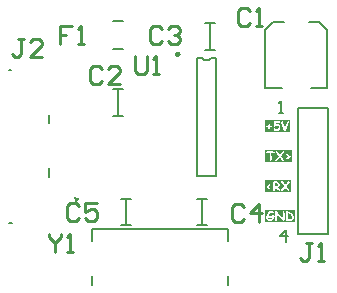
<source format=gbr>
G04*
G04 #@! TF.GenerationSoftware,Altium Limited,Altium Designer,24.2.2 (26)*
G04*
G04 Layer_Color=65535*
%FSLAX44Y44*%
%MOMM*%
G71*
G04*
G04 #@! TF.SameCoordinates,FD859A0A-F5B6-4767-9988-903C0D25BE4A*
G04*
G04*
G04 #@! TF.FilePolarity,Positive*
G04*
G01*
G75*
%ADD10C,0.2500*%
%ADD11C,0.2000*%
%ADD12C,0.1500*%
%ADD13C,0.2540*%
G36*
X240932Y132080D02*
X219710D01*
Y142568D01*
X240932D01*
Y132080D01*
D02*
G37*
G36*
X244981Y55880D02*
X219710D01*
Y66645D01*
X244981D01*
Y55880D01*
D02*
G37*
G36*
X241403Y81280D02*
X219710D01*
Y91781D01*
X241403D01*
Y81280D01*
D02*
G37*
G36*
X242429Y106680D02*
X219710D01*
Y117112D01*
X242429D01*
Y106680D01*
D02*
G37*
%LPC*%
G36*
X231749Y141567D02*
X231597D01*
X231458Y141554D01*
X231402Y141540D01*
X231347D01*
X231306Y141526D01*
X231292D01*
X231181Y141512D01*
X231028D01*
X230973Y141498D01*
X228282D01*
X228185Y141512D01*
X228060D01*
X227922Y141526D01*
X227824Y141540D01*
X227741D01*
X227547Y141526D01*
X227395Y141484D01*
X227339Y141470D01*
X227297Y141443D01*
X227270Y141429D01*
X227256D01*
X227173Y141373D01*
X227103Y141304D01*
X227062Y141235D01*
X227020Y141179D01*
X227006Y141124D01*
X226992Y141068D01*
Y141040D01*
Y141027D01*
X227006Y140916D01*
X227034Y140805D01*
X227062Y140722D01*
X227076Y140694D01*
Y140680D01*
X227131Y140527D01*
X227159Y140430D01*
X227173Y140361D01*
Y140333D01*
Y140222D01*
X227159Y140097D01*
Y139959D01*
X227145Y139792D01*
X227117Y139459D01*
X227090Y139113D01*
X227048Y138794D01*
X227034Y138655D01*
X227020Y138530D01*
X227006Y138433D01*
Y138350D01*
X226992Y138294D01*
Y138281D01*
X226978Y138142D01*
X226965Y138017D01*
X226951Y137906D01*
Y137809D01*
X226923Y137643D01*
Y137532D01*
X226909Y137449D01*
Y137393D01*
Y137379D01*
Y137365D01*
X226923Y137268D01*
X226937Y137171D01*
X227006Y137019D01*
X227048Y136963D01*
X227076Y136922D01*
X227090Y136894D01*
X227103Y136880D01*
X227187Y136811D01*
X227270Y136769D01*
X227436Y136713D01*
X227505Y136700D01*
X227561Y136686D01*
X227617D01*
X227741Y136700D01*
X227852Y136727D01*
X227949Y136769D01*
X228046Y136825D01*
X228116Y136866D01*
X228171Y136908D01*
X228213Y136935D01*
X228227Y136949D01*
X228393Y137130D01*
X228532Y137296D01*
X228587Y137352D01*
X228629Y137407D01*
X228657Y137435D01*
X228671Y137449D01*
X228781Y137559D01*
X228892Y137657D01*
X229128Y137795D01*
X229378Y137906D01*
X229613Y137989D01*
X229821Y138031D01*
X229919Y138045D01*
X229988D01*
X230057Y138059D01*
X230140D01*
X230321Y138045D01*
X230487Y138003D01*
X230626Y137934D01*
X230737Y137865D01*
X230820Y137795D01*
X230875Y137726D01*
X230917Y137684D01*
X230931Y137670D01*
X231014Y137504D01*
X231084Y137324D01*
X231125Y137130D01*
X231167Y136935D01*
X231181Y136769D01*
X231194Y136616D01*
Y136561D01*
Y136533D01*
Y136505D01*
Y136492D01*
X231167Y136200D01*
X231111Y135937D01*
X231028Y135687D01*
X230931Y135493D01*
X230834Y135327D01*
X230751Y135202D01*
X230695Y135133D01*
X230667Y135105D01*
X230459Y134911D01*
X230224Y134772D01*
X230002Y134661D01*
X229794Y134592D01*
X229600Y134550D01*
X229461Y134536D01*
X229405Y134522D01*
X229322D01*
X229128Y134536D01*
X228962Y134550D01*
X228823Y134592D01*
X228698Y134633D01*
X228601Y134661D01*
X228532Y134703D01*
X228490Y134717D01*
X228476Y134730D01*
X228449Y134758D01*
X228393Y134813D01*
X228338Y134869D01*
X228254Y134952D01*
X228185Y135022D01*
X228130Y135091D01*
X228088Y135133D01*
X228074Y135146D01*
X227991Y135216D01*
X227908Y135271D01*
X227824Y135313D01*
X227741Y135340D01*
X227672Y135354D01*
X227630Y135368D01*
X227575D01*
X227464Y135354D01*
X227367Y135340D01*
X227214Y135271D01*
X227145Y135230D01*
X227103Y135188D01*
X227076Y135174D01*
X227062Y135160D01*
X226992Y135091D01*
X226937Y135008D01*
X226895Y134924D01*
X226868Y134841D01*
X226854Y134772D01*
X226840Y134730D01*
Y134675D01*
X226854Y134536D01*
X226909Y134425D01*
X226951Y134328D01*
X226965Y134314D01*
Y134300D01*
X227117Y134106D01*
X227284Y133926D01*
X227464Y133773D01*
X227658Y133649D01*
X227852Y133538D01*
X228046Y133441D01*
X228241Y133371D01*
X228435Y133302D01*
X228615Y133260D01*
X228781Y133219D01*
X228934Y133205D01*
X229059Y133177D01*
X229170D01*
X229253Y133163D01*
X229322D01*
X229600Y133177D01*
X229863Y133205D01*
X230113Y133246D01*
X230335Y133316D01*
X230557Y133385D01*
X230751Y133468D01*
X230931Y133565D01*
X231097Y133649D01*
X231250Y133746D01*
X231375Y133829D01*
X231486Y133912D01*
X231583Y133981D01*
X231652Y134051D01*
X231708Y134092D01*
X231735Y134120D01*
X231749Y134134D01*
X231902Y134314D01*
X232041Y134508D01*
X232165Y134703D01*
X232262Y134897D01*
X232346Y135091D01*
X232415Y135285D01*
X232526Y135660D01*
X232568Y135840D01*
X232595Y135992D01*
X232609Y136131D01*
X232623Y136256D01*
X232637Y136353D01*
Y136492D01*
X232609Y136922D01*
X232554Y137310D01*
X232456Y137643D01*
X232415Y137795D01*
X232360Y137920D01*
X232304Y138045D01*
X232262Y138156D01*
X232207Y138239D01*
X232165Y138322D01*
X232138Y138378D01*
X232110Y138419D01*
X232082Y138447D01*
Y138461D01*
X231957Y138627D01*
X231805Y138780D01*
X231652Y138905D01*
X231500Y139016D01*
X231347Y139113D01*
X231181Y139182D01*
X231028Y139251D01*
X230875Y139293D01*
X230584Y139362D01*
X230473Y139390D01*
X230362Y139404D01*
X230279Y139418D01*
X230154D01*
X229808Y139404D01*
X229489Y139362D01*
X229211Y139307D01*
X228976Y139251D01*
X228781Y139182D01*
X228643Y139127D01*
X228587Y139099D01*
X228546Y139085D01*
X228532Y139071D01*
X228518D01*
X228546Y139335D01*
X228573Y139557D01*
X228601Y139737D01*
X228615Y139889D01*
X228629Y140000D01*
X228643Y140084D01*
Y140125D01*
Y140139D01*
X230348D01*
X230418Y140125D01*
X230765D01*
X231042Y140139D01*
X231292Y140153D01*
X231500Y140195D01*
X231694Y140250D01*
X231846Y140305D01*
X231971Y140375D01*
X232082Y140444D01*
X232165Y140527D01*
X232221Y140597D01*
X232276Y140666D01*
X232318Y140735D01*
X232332Y140791D01*
X232346Y140846D01*
X232360Y140888D01*
Y140902D01*
Y140916D01*
X232346Y141013D01*
X232332Y141110D01*
X232262Y141249D01*
X232221Y141304D01*
X232193Y141346D01*
X232179Y141359D01*
X232165Y141373D01*
X232096Y141443D01*
X232013Y141484D01*
X231874Y141540D01*
X231805Y141554D01*
X231749Y141567D01*
D02*
G37*
G36*
X223151Y138988D02*
X223109D01*
X222984Y138974D01*
X222873Y138946D01*
X222776Y138891D01*
X222707Y138821D01*
X222568Y138655D01*
X222485Y138461D01*
X222444Y138267D01*
X222416Y138100D01*
X222402Y138031D01*
Y137976D01*
Y137948D01*
Y137934D01*
Y137851D01*
Y137767D01*
Y137698D01*
Y137684D01*
Y137670D01*
X222416Y137573D01*
Y137518D01*
Y137490D01*
Y137476D01*
X222138Y137462D01*
X222027D01*
X221930Y137449D01*
X221556D01*
X221403Y137435D01*
X221292Y137421D01*
X221195D01*
X221126Y137407D01*
X221084Y137393D01*
X221057Y137379D01*
X221043D01*
X220932Y137324D01*
X220849Y137240D01*
X220793Y137157D01*
X220752Y137060D01*
X220724Y136977D01*
X220710Y136908D01*
Y136838D01*
X220724Y136727D01*
X220765Y136630D01*
X220821Y136547D01*
X220890Y136478D01*
X220960Y136422D01*
X221015Y136381D01*
X221057Y136367D01*
X221071Y136353D01*
X221292Y136270D01*
X221500Y136228D01*
X221584D01*
X221667Y136214D01*
X221958D01*
X222180Y136228D01*
X222277D01*
X222346Y136242D01*
X222416D01*
Y136076D01*
Y135923D01*
Y135798D01*
Y135687D01*
Y135590D01*
Y135521D01*
Y135465D01*
Y135410D01*
Y135354D01*
Y135327D01*
X222430Y135230D01*
X222444Y135146D01*
X222513Y135008D01*
X222554Y134952D01*
X222582Y134911D01*
X222596Y134897D01*
X222610Y134883D01*
X222693Y134827D01*
X222763Y134786D01*
X222929Y134744D01*
X222998Y134730D01*
X223054Y134717D01*
X223095D01*
X223192Y134730D01*
X223290Y134744D01*
X223442Y134800D01*
X223498Y134827D01*
X223539Y134855D01*
X223553Y134883D01*
X223567D01*
X223636Y134952D01*
X223678Y135022D01*
X223733Y135174D01*
X223747Y135230D01*
X223761Y135285D01*
Y135313D01*
Y135327D01*
Y135368D01*
Y135438D01*
X223775Y135576D01*
Y135646D01*
Y135715D01*
Y135757D01*
Y135771D01*
Y135965D01*
Y136117D01*
Y136173D01*
Y136214D01*
Y136228D01*
Y136242D01*
X224191D01*
X224371Y136256D01*
X224676D01*
X224746Y136242D01*
X224801Y136228D01*
X224815D01*
X224898Y136214D01*
X224995D01*
X225106Y136228D01*
X225189Y136242D01*
X225342Y136311D01*
X225397Y136353D01*
X225453Y136381D01*
X225467Y136395D01*
X225481Y136408D01*
X225550Y136478D01*
X225592Y136561D01*
X225647Y136700D01*
X225661Y136769D01*
X225675Y136811D01*
Y136852D01*
X225661Y136963D01*
X225633Y137074D01*
X225578Y137157D01*
X225508Y137227D01*
X225328Y137352D01*
X225134Y137421D01*
X224940Y137476D01*
X224760Y137490D01*
X224690Y137504D01*
X224385D01*
X224302Y137490D01*
X224260D01*
X224122Y137476D01*
X223900D01*
X223844Y137490D01*
X223775D01*
X223761Y137851D01*
Y137934D01*
X223775Y138017D01*
Y138087D01*
Y138100D01*
Y138114D01*
X223789Y138225D01*
X223803Y138308D01*
Y138364D01*
Y138378D01*
X223789Y138475D01*
X223775Y138558D01*
X223706Y138697D01*
X223664Y138738D01*
X223622Y138780D01*
X223608Y138794D01*
X223595Y138808D01*
X223511Y138863D01*
X223428Y138919D01*
X223276Y138960D01*
X223206Y138974D01*
X223151Y138988D01*
D02*
G37*
G36*
X239224Y141554D02*
X239169D01*
X239058Y141540D01*
X238947Y141512D01*
X238850Y141470D01*
X238767Y141415D01*
X238711Y141359D01*
X238656Y141318D01*
X238628Y141290D01*
X238614Y141276D01*
X238475Y141110D01*
X238351Y140929D01*
X238240Y140735D01*
X238143Y140555D01*
X238059Y140389D01*
X237990Y140250D01*
X237962Y140195D01*
X237948Y140153D01*
X237935Y140139D01*
Y140125D01*
X237851Y139889D01*
X237768Y139668D01*
X237699Y139459D01*
X237629Y139265D01*
X237574Y139113D01*
X237532Y138988D01*
X237505Y138905D01*
X237491Y138891D01*
Y138877D01*
X237408Y138641D01*
X237311Y138392D01*
X237116Y137879D01*
X236908Y137338D01*
X236811Y137088D01*
X236714Y136838D01*
X236617Y136603D01*
X236534Y136381D01*
X236451Y136187D01*
X236381Y136020D01*
X236340Y135881D01*
X236298Y135771D01*
X236270Y135715D01*
X236257Y135687D01*
X236118Y136131D01*
X235965Y136589D01*
X235840Y137032D01*
X235716Y137449D01*
X235660Y137643D01*
X235618Y137809D01*
X235577Y137962D01*
X235535Y138100D01*
X235508Y138197D01*
X235480Y138281D01*
X235466Y138336D01*
Y138350D01*
X235355Y138752D01*
X235244Y139085D01*
X235161Y139376D01*
X235091Y139612D01*
X235036Y139806D01*
X234994Y139931D01*
X234981Y140014D01*
X234967Y140042D01*
X234883Y140375D01*
X234856Y140527D01*
X234828Y140666D01*
X234800Y140791D01*
X234773Y140874D01*
X234759Y140943D01*
Y140957D01*
X234676Y141138D01*
X234564Y141262D01*
X234440Y141359D01*
X234329Y141415D01*
X234218Y141456D01*
X234135Y141470D01*
X234079Y141484D01*
X234051D01*
X233941Y141470D01*
X233843Y141456D01*
X233691Y141387D01*
X233622Y141346D01*
X233580Y141318D01*
X233552Y141304D01*
X233538Y141290D01*
X233469Y141207D01*
X233414Y141124D01*
X233372Y141040D01*
X233344Y140957D01*
X233330Y140888D01*
X233316Y140832D01*
Y140694D01*
X233330Y140611D01*
X233358Y140402D01*
X233414Y140167D01*
X233469Y139945D01*
X233510Y139737D01*
X233566Y139570D01*
X233580Y139501D01*
X233594Y139446D01*
X233608Y139418D01*
Y139404D01*
X233691Y139141D01*
X233774Y138891D01*
X233843Y138641D01*
X233913Y138433D01*
X233954Y138253D01*
X233996Y138114D01*
X234024Y138059D01*
Y138017D01*
X234037Y138003D01*
Y137989D01*
X234176Y137462D01*
X234329Y136977D01*
X234454Y136519D01*
X234592Y136089D01*
X234717Y135701D01*
X234828Y135340D01*
X234939Y135008D01*
X235050Y134717D01*
X235133Y134453D01*
X235216Y134231D01*
X235286Y134037D01*
X235355Y133870D01*
X235397Y133759D01*
X235438Y133663D01*
X235452Y133607D01*
X235466Y133593D01*
X235563Y133427D01*
X235674Y133302D01*
X235799Y133205D01*
X235924Y133149D01*
X236035Y133108D01*
X236132Y133094D01*
X236187Y133080D01*
X236215D01*
X236367Y133094D01*
X236506Y133149D01*
X236617Y133219D01*
X236714Y133288D01*
X236784Y133371D01*
X236839Y133427D01*
X236867Y133482D01*
X236881Y133496D01*
X237005Y133732D01*
X237116Y133954D01*
X237213Y134176D01*
X237297Y134356D01*
X237366Y134522D01*
X237421Y134647D01*
X237449Y134730D01*
X237463Y134758D01*
X237629Y135202D01*
X237796Y135618D01*
X237948Y135992D01*
X238087Y136353D01*
X238212Y136672D01*
X238323Y136977D01*
X238434Y137240D01*
X238531Y137490D01*
X238614Y137698D01*
X238683Y137879D01*
X238739Y138045D01*
X238794Y138170D01*
X238822Y138267D01*
X238850Y138336D01*
X238878Y138378D01*
Y138392D01*
X238947Y138572D01*
X239002Y138724D01*
X239058Y138863D01*
X239100Y138988D01*
X239127Y139085D01*
X239169Y139168D01*
X239197Y139238D01*
X239210Y139293D01*
X239238Y139376D01*
X239252Y139418D01*
X239266Y139432D01*
X239363Y139640D01*
X239446Y139834D01*
X239529Y140000D01*
X239613Y140139D01*
X239682Y140264D01*
X239737Y140347D01*
X239765Y140402D01*
X239779Y140416D01*
X239834Y140500D01*
X239862Y140569D01*
X239918Y140708D01*
Y140749D01*
X239932Y140791D01*
Y140832D01*
X239918Y140943D01*
X239890Y141040D01*
X239862Y141124D01*
X239821Y141207D01*
X239765Y141262D01*
X239737Y141304D01*
X239710Y141332D01*
X239696Y141346D01*
X239613Y141415D01*
X239515Y141470D01*
X239432Y141498D01*
X239349Y141526D01*
X239280Y141540D01*
X239224Y141554D01*
D02*
G37*
G36*
X224732Y65645D02*
X224482D01*
X224330Y65617D01*
X224038Y65548D01*
X223761Y65451D01*
X223539Y65340D01*
X223345Y65215D01*
X223192Y65118D01*
X223137Y65076D01*
X223095Y65048D01*
X223081Y65035D01*
X223068Y65021D01*
X222693Y64674D01*
X222360Y64300D01*
X222069Y63911D01*
X221819Y63551D01*
X221722Y63384D01*
X221625Y63232D01*
X221542Y63093D01*
X221487Y62968D01*
X221431Y62871D01*
X221390Y62802D01*
X221376Y62746D01*
X221362Y62733D01*
X221251Y62469D01*
X221154Y62206D01*
X220987Y61706D01*
X220876Y61235D01*
X220821Y61027D01*
X220793Y60819D01*
X220765Y60638D01*
X220752Y60472D01*
X220724Y60333D01*
Y60208D01*
X220710Y60111D01*
Y59973D01*
X220724Y59709D01*
X220738Y59460D01*
X220779Y59224D01*
X220821Y59002D01*
X220876Y58808D01*
X220932Y58627D01*
X220987Y58461D01*
X221057Y58322D01*
X221126Y58184D01*
X221182Y58073D01*
X221237Y57990D01*
X221292Y57906D01*
X221334Y57851D01*
X221376Y57809D01*
X221390Y57781D01*
X221403Y57768D01*
X221542Y57643D01*
X221695Y57532D01*
X221861Y57421D01*
X222027Y57338D01*
X222374Y57213D01*
X222707Y57130D01*
X222873Y57088D01*
X223012Y57074D01*
X223151Y57060D01*
X223262Y57046D01*
X223359Y57033D01*
X223498D01*
X223775Y57046D01*
X224025Y57074D01*
X224274Y57116D01*
X224524Y57185D01*
X224746Y57254D01*
X224954Y57338D01*
X225148Y57421D01*
X225328Y57504D01*
X225495Y57587D01*
X225633Y57684D01*
X225758Y57754D01*
X225869Y57823D01*
X225952Y57892D01*
X226008Y57934D01*
X226049Y57962D01*
X226063Y57976D01*
X226257Y58156D01*
X226438Y58350D01*
X226604Y58558D01*
X226743Y58752D01*
X226881Y58960D01*
X226992Y59168D01*
X227187Y59570D01*
X227270Y59751D01*
X227339Y59931D01*
X227395Y60084D01*
X227436Y60208D01*
X227464Y60319D01*
X227492Y60403D01*
X227505Y60458D01*
Y60472D01*
X227617Y60555D01*
X227686Y60652D01*
X227741Y60749D01*
X227783Y60846D01*
X227811Y60930D01*
X227824Y60999D01*
Y61054D01*
X227811Y61165D01*
X227797Y61262D01*
X227755Y61346D01*
X227714Y61429D01*
X227672Y61484D01*
X227644Y61526D01*
X227617Y61554D01*
X227603Y61568D01*
X227519Y61637D01*
X227436Y61692D01*
X227339Y61720D01*
X227256Y61748D01*
X227187Y61762D01*
X227131Y61775D01*
X227076D01*
X226562Y61762D01*
X226077Y61748D01*
X225869Y61734D01*
X225661Y61720D01*
X225467Y61706D01*
X225287Y61692D01*
X225134Y61665D01*
X224995Y61651D01*
X224870Y61637D01*
X224773Y61623D01*
X224690Y61609D01*
X224635D01*
X224593Y61595D01*
X224579D01*
X224246Y61526D01*
X223955Y61457D01*
X223706Y61373D01*
X223484Y61290D01*
X223303Y61193D01*
X223151Y61096D01*
X223026Y61013D01*
X222929Y60916D01*
X222846Y60833D01*
X222790Y60749D01*
X222749Y60666D01*
X222721Y60597D01*
X222707Y60555D01*
X222693Y60514D01*
Y60486D01*
Y60472D01*
X222707Y60375D01*
X222721Y60292D01*
X222790Y60139D01*
X222818Y60084D01*
X222846Y60042D01*
X222860Y60014D01*
X222873Y60000D01*
X222957Y59917D01*
X223054Y59862D01*
X223137Y59806D01*
X223234Y59778D01*
X223303Y59765D01*
X223359Y59751D01*
X223414D01*
X223539Y59765D01*
X223650Y59792D01*
X223719Y59820D01*
X223733Y59834D01*
X223747D01*
X224094Y59973D01*
X224454Y60070D01*
X224815Y60153D01*
X225148Y60222D01*
X225300Y60250D01*
X225439Y60264D01*
X225564Y60292D01*
X225661Y60306D01*
X225744D01*
X225814Y60319D01*
X225869D01*
X225730Y59987D01*
X225592Y59709D01*
X225425Y59460D01*
X225273Y59265D01*
X225134Y59113D01*
X225023Y59002D01*
X224940Y58932D01*
X224926Y58905D01*
X224912D01*
X224676Y58752D01*
X224441Y58655D01*
X224191Y58572D01*
X223983Y58517D01*
X223789Y58489D01*
X223636Y58475D01*
X223581Y58461D01*
X223498D01*
X223234Y58475D01*
X223012Y58517D01*
X222818Y58558D01*
X222679Y58627D01*
X222568Y58683D01*
X222499Y58724D01*
X222457Y58766D01*
X222444Y58780D01*
X222360Y58919D01*
X222305Y59099D01*
X222249Y59293D01*
X222222Y59501D01*
X222208Y59681D01*
X222194Y59834D01*
Y59889D01*
Y59931D01*
Y59959D01*
Y59973D01*
X222208Y60292D01*
X222249Y60611D01*
X222305Y60916D01*
X222374Y61207D01*
X222471Y61484D01*
X222568Y61748D01*
X222665Y61997D01*
X222776Y62233D01*
X222887Y62441D01*
X222984Y62635D01*
X223095Y62788D01*
X223179Y62927D01*
X223248Y63038D01*
X223303Y63121D01*
X223345Y63176D01*
X223359Y63190D01*
X223511Y63370D01*
X223650Y63523D01*
X223775Y63662D01*
X223900Y63787D01*
X224011Y63884D01*
X224122Y63967D01*
X224219Y64036D01*
X224302Y64092D01*
X224441Y64161D01*
X224552Y64202D01*
X224607Y64216D01*
X224635D01*
X224801Y64202D01*
X224968Y64175D01*
X225134Y64119D01*
X225287Y64064D01*
X225411Y64008D01*
X225522Y63953D01*
X225578Y63925D01*
X225606Y63911D01*
X225786Y63814D01*
X225938Y63745D01*
X226063Y63689D01*
X226160Y63662D01*
X226230Y63634D01*
X226285Y63620D01*
X226313D01*
X226424Y63634D01*
X226521Y63662D01*
X226618Y63689D01*
X226687Y63731D01*
X226757Y63773D01*
X226798Y63814D01*
X226826Y63828D01*
X226840Y63842D01*
X226909Y63925D01*
X226965Y64008D01*
X227006Y64092D01*
X227034Y64175D01*
X227048Y64244D01*
X227062Y64300D01*
Y64327D01*
Y64341D01*
X227048Y64438D01*
X227020Y64521D01*
X226965Y64619D01*
X226895Y64702D01*
X226729Y64854D01*
X226549Y64993D01*
X226354Y65104D01*
X226188Y65201D01*
X226119Y65229D01*
X226063Y65257D01*
X226035Y65270D01*
X226022D01*
X225703Y65395D01*
X225425Y65492D01*
X225189Y65548D01*
X224995Y65603D01*
X224843Y65631D01*
X224732Y65645D01*
D02*
G37*
G36*
X229142Y65534D02*
X229128D01*
X229003Y65520D01*
X228892Y65492D01*
X228781Y65451D01*
X228698Y65409D01*
X228615Y65367D01*
X228559Y65326D01*
X228532Y65298D01*
X228518Y65284D01*
X228435Y65187D01*
X228365Y65090D01*
X228324Y64993D01*
X228282Y64910D01*
X228268Y64827D01*
X228254Y64771D01*
Y64591D01*
X228268Y64438D01*
Y64286D01*
X228282Y64133D01*
X228296Y63994D01*
Y63884D01*
X228310Y63800D01*
Y63787D01*
Y63773D01*
X228324Y63551D01*
X228338Y63370D01*
X228351Y63204D01*
X228365Y63079D01*
Y62968D01*
Y62899D01*
Y62857D01*
Y62843D01*
Y62705D01*
Y62552D01*
Y62386D01*
X228379Y62219D01*
Y62067D01*
Y61956D01*
Y61873D01*
Y61859D01*
Y61845D01*
X228393Y61609D01*
Y61415D01*
X228407Y61235D01*
Y61096D01*
Y60985D01*
Y60916D01*
Y60860D01*
Y60846D01*
Y60722D01*
Y60569D01*
X228393Y60416D01*
Y60264D01*
Y60125D01*
X228379Y60014D01*
Y59945D01*
Y59931D01*
Y59917D01*
Y59695D01*
X228365Y59515D01*
Y59349D01*
Y59224D01*
Y59113D01*
Y59043D01*
Y59002D01*
Y58988D01*
Y58905D01*
Y58808D01*
X228351Y58586D01*
Y58503D01*
X228338Y58419D01*
Y58364D01*
Y58350D01*
X228324Y58197D01*
Y58073D01*
Y57962D01*
X228310Y57865D01*
Y57795D01*
Y57754D01*
Y57726D01*
Y57712D01*
X228324Y57601D01*
X228338Y57518D01*
X228407Y57365D01*
X228449Y57310D01*
X228476Y57268D01*
X228490Y57241D01*
X228504Y57227D01*
X228601Y57144D01*
X228698Y57088D01*
X228795Y57033D01*
X228892Y57005D01*
X228976Y56991D01*
X229045Y56977D01*
X229114D01*
X229253Y56991D01*
X229364Y57046D01*
X229461Y57116D01*
X229544Y57213D01*
X229613Y57338D01*
X229683Y57463D01*
X229766Y57754D01*
X229821Y58031D01*
X229835Y58156D01*
X229849Y58281D01*
X229863Y58378D01*
Y58447D01*
Y58503D01*
Y58517D01*
Y58697D01*
Y58891D01*
X229849Y59099D01*
Y59293D01*
Y59473D01*
X229835Y59626D01*
Y59681D01*
Y59723D01*
Y59751D01*
Y59765D01*
Y60056D01*
X229821Y60306D01*
Y60527D01*
Y60708D01*
Y60833D01*
Y60930D01*
Y60999D01*
Y61013D01*
Y61082D01*
Y61179D01*
Y61290D01*
X229835Y61415D01*
Y61679D01*
X229849Y61970D01*
Y62247D01*
Y62372D01*
X229863Y62469D01*
Y62566D01*
Y62635D01*
Y62677D01*
Y62691D01*
X230335Y62094D01*
X230779Y61526D01*
X231222Y60999D01*
X231638Y60500D01*
X232041Y60042D01*
X232415Y59626D01*
X232762Y59251D01*
X233081Y58905D01*
X233372Y58600D01*
X233635Y58322D01*
X233871Y58100D01*
X234051Y57906D01*
X234204Y57768D01*
X234315Y57657D01*
X234384Y57601D01*
X234412Y57573D01*
X234578Y57435D01*
X234731Y57338D01*
X234883Y57268D01*
X234994Y57227D01*
X235105Y57199D01*
X235175Y57171D01*
X235244D01*
X235355Y57185D01*
X235466Y57199D01*
X235632Y57282D01*
X235771Y57379D01*
X235868Y57504D01*
X235938Y57629D01*
X235979Y57740D01*
X236007Y57809D01*
Y57823D01*
Y57837D01*
X236035Y58031D01*
X236062Y58211D01*
X236076Y58350D01*
Y58461D01*
X236090Y58558D01*
Y58614D01*
Y58655D01*
Y58669D01*
Y58808D01*
Y59002D01*
Y59224D01*
X236104Y59460D01*
Y59723D01*
Y60000D01*
X236118Y60569D01*
Y60846D01*
Y61110D01*
Y61346D01*
X236132Y61554D01*
Y63051D01*
X236118Y63287D01*
Y63495D01*
X236090Y63689D01*
X236048Y64050D01*
X236007Y64341D01*
X235938Y64605D01*
X235868Y64813D01*
X235785Y64993D01*
X235716Y65132D01*
X235632Y65243D01*
X235549Y65326D01*
X235480Y65381D01*
X235424Y65423D01*
X235369Y65451D01*
X235327Y65465D01*
X235286D01*
X235147Y65451D01*
X235036Y65437D01*
X234939Y65395D01*
X234842Y65354D01*
X234703Y65229D01*
X234620Y65104D01*
X234564Y64965D01*
X234537Y64840D01*
X234523Y64757D01*
Y64743D01*
Y64729D01*
Y64646D01*
X234537Y64549D01*
X234551Y64369D01*
Y64286D01*
X234564Y64216D01*
Y64175D01*
Y64161D01*
X234578Y64022D01*
X234606Y63897D01*
Y63800D01*
X234620Y63717D01*
X234634Y63662D01*
Y63620D01*
Y63606D01*
Y63592D01*
X234648Y63398D01*
Y63190D01*
X234662Y62941D01*
Y62663D01*
X234676Y62386D01*
Y62094D01*
X234689Y61512D01*
Y61235D01*
Y60971D01*
Y60722D01*
Y60514D01*
Y60347D01*
Y60208D01*
Y60125D01*
Y60111D01*
Y60097D01*
Y59889D01*
Y59709D01*
Y59570D01*
Y59473D01*
Y59390D01*
Y59349D01*
Y59321D01*
Y59307D01*
X234259Y59723D01*
X233829Y60167D01*
X233400Y60624D01*
X232983Y61082D01*
X232568Y61540D01*
X232179Y62011D01*
X231819Y62455D01*
X231472Y62885D01*
X231153Y63287D01*
X230862Y63662D01*
X230612Y63994D01*
X230404Y64286D01*
X230307Y64411D01*
X230224Y64521D01*
X230154Y64619D01*
X230099Y64702D01*
X230043Y64771D01*
X230016Y64813D01*
X230002Y64840D01*
X229988Y64854D01*
X229905Y64979D01*
X229821Y65076D01*
X229738Y65173D01*
X229655Y65243D01*
X229503Y65367D01*
X229378Y65451D01*
X229281Y65492D01*
X229198Y65520D01*
X229142Y65534D01*
D02*
G37*
G36*
X238253Y65562D02*
X238212D01*
X238101Y65548D01*
X237990Y65520D01*
X237893Y65465D01*
X237810Y65423D01*
X237740Y65367D01*
X237685Y65312D01*
X237643Y65284D01*
X237629Y65270D01*
X237532Y65159D01*
X237463Y65062D01*
X237421Y64965D01*
X237394Y64868D01*
X237366Y64799D01*
X237352Y64743D01*
Y64702D01*
Y64688D01*
Y64452D01*
Y64175D01*
Y63884D01*
X237366Y63592D01*
Y63343D01*
Y63232D01*
Y63135D01*
Y63051D01*
Y62996D01*
Y62954D01*
Y62941D01*
X237380Y62538D01*
Y62178D01*
X237394Y61887D01*
Y61637D01*
Y61457D01*
Y61318D01*
Y61235D01*
Y61207D01*
Y60985D01*
X237380Y60735D01*
Y60472D01*
X237366Y60222D01*
X237352Y59987D01*
Y59889D01*
Y59806D01*
X237338Y59723D01*
Y59668D01*
Y59640D01*
Y59626D01*
X237324Y59251D01*
X237311Y58932D01*
Y58669D01*
X237297Y58447D01*
Y58059D01*
X237311Y57948D01*
X237324Y57851D01*
X237366Y57768D01*
X237408Y57698D01*
X237435Y57643D01*
X237477Y57601D01*
X237491Y57573D01*
X237505Y57559D01*
X237588Y57490D01*
X237671Y57449D01*
X237838Y57379D01*
X237907Y57365D01*
X237962Y57351D01*
X238018D01*
X238156Y57268D01*
X238309Y57199D01*
X238475Y57144D01*
X238628Y57088D01*
X238767Y57046D01*
X238878Y57019D01*
X238947Y56991D01*
X238975D01*
X239155Y56949D01*
X239321Y56922D01*
X239474Y56908D01*
X239599Y56894D01*
X239710Y56880D01*
X240140D01*
X240403Y56908D01*
X240667Y56936D01*
X240902Y56963D01*
X241124Y57005D01*
X241318Y57060D01*
X241499Y57102D01*
X241665Y57157D01*
X241818Y57213D01*
X241943Y57254D01*
X242054Y57310D01*
X242137Y57351D01*
X242206Y57379D01*
X242262Y57407D01*
X242289Y57435D01*
X242303D01*
X242581Y57643D01*
X242816Y57865D01*
X243024Y58087D01*
X243204Y58295D01*
X243343Y58489D01*
X243440Y58641D01*
X243482Y58697D01*
X243510Y58738D01*
X243524Y58766D01*
Y58780D01*
X243676Y59085D01*
X243787Y59390D01*
X243870Y59681D01*
X243926Y59945D01*
X243953Y60167D01*
X243967Y60264D01*
X243981Y60347D01*
Y60500D01*
X243967Y60777D01*
X243926Y61054D01*
X243856Y61318D01*
X243773Y61568D01*
X243676Y61803D01*
X243565Y62039D01*
X243454Y62247D01*
X243329Y62441D01*
X243204Y62621D01*
X243094Y62774D01*
X242983Y62913D01*
X242886Y63024D01*
X242802Y63121D01*
X242733Y63190D01*
X242691Y63232D01*
X242677Y63246D01*
X242262Y63620D01*
X241818Y63939D01*
X241374Y64202D01*
X240958Y64424D01*
X240778Y64508D01*
X240597Y64591D01*
X240445Y64646D01*
X240320Y64702D01*
X240209Y64743D01*
X240126Y64771D01*
X240070Y64799D01*
X240056D01*
X240015Y64813D01*
X239973Y64827D01*
X239834Y64882D01*
X239682Y64951D01*
X239515Y65035D01*
X239349Y65104D01*
X239210Y65173D01*
X239169Y65187D01*
X239127Y65215D01*
X239100Y65229D01*
X239086D01*
X238850Y65340D01*
X238656Y65423D01*
X238503Y65478D01*
X238392Y65520D01*
X238309Y65548D01*
X238253Y65562D01*
D02*
G37*
%LPD*%
G36*
X239100Y63620D02*
X239363Y63509D01*
X239613Y63398D01*
X239834Y63301D01*
X240042Y63204D01*
X240209Y63121D01*
X240375Y63051D01*
X240514Y62982D01*
X240625Y62927D01*
X240722Y62871D01*
X240805Y62829D01*
X240861Y62788D01*
X240916Y62760D01*
X240944Y62746D01*
X240972Y62733D01*
X241235Y62552D01*
X241471Y62372D01*
X241679Y62178D01*
X241859Y61984D01*
X241998Y61789D01*
X242123Y61609D01*
X242220Y61429D01*
X242303Y61262D01*
X242372Y61096D01*
X242414Y60943D01*
X242456Y60819D01*
X242470Y60708D01*
X242483Y60611D01*
X242497Y60541D01*
Y60500D01*
Y60486D01*
X242483Y60278D01*
X242456Y60084D01*
X242414Y59903D01*
X242359Y59751D01*
X242303Y59612D01*
X242262Y59501D01*
X242234Y59446D01*
X242220Y59418D01*
X242109Y59238D01*
X241984Y59071D01*
X241859Y58932D01*
X241748Y58822D01*
X241637Y58724D01*
X241554Y58655D01*
X241499Y58614D01*
X241471Y58600D01*
X241374Y58544D01*
X241263Y58503D01*
X241013Y58419D01*
X240750Y58364D01*
X240473Y58336D01*
X240237Y58308D01*
X240126D01*
X240029Y58295D01*
X239848D01*
X239613Y58308D01*
X239515D01*
X239432Y58322D01*
X239349Y58336D01*
X239294D01*
X239266Y58350D01*
X239252D01*
X239072Y58405D01*
X238919Y58475D01*
X238864Y58503D01*
X238836Y58530D01*
X238808Y58544D01*
X238794D01*
Y63745D01*
X239100Y63620D01*
D02*
G37*
%LPC*%
G36*
X239696Y90712D02*
X239640D01*
X239571Y90698D01*
X239474Y90656D01*
X239377Y90601D01*
X239266Y90518D01*
X239155Y90421D01*
X239044Y90310D01*
X238808Y90088D01*
X238600Y89852D01*
X238503Y89741D01*
X238420Y89644D01*
X238351Y89561D01*
X238295Y89505D01*
X238267Y89464D01*
X238253Y89450D01*
X238004Y89131D01*
X237768Y88812D01*
X237546Y88507D01*
X237338Y88243D01*
X237172Y88021D01*
X237102Y87938D01*
X237033Y87855D01*
X236992Y87786D01*
X236950Y87744D01*
X236936Y87716D01*
X236922Y87703D01*
X236575Y88132D01*
X236409Y88327D01*
X236257Y88507D01*
X236132Y88659D01*
X236035Y88770D01*
X235979Y88840D01*
X235951Y88868D01*
X235799Y89062D01*
X235660Y89228D01*
X235549Y89381D01*
X235452Y89505D01*
X235383Y89589D01*
X235327Y89658D01*
X235300Y89700D01*
X235286Y89713D01*
X235105Y89935D01*
X235008Y90032D01*
X234925Y90129D01*
X234842Y90199D01*
X234786Y90254D01*
X234745Y90296D01*
X234731Y90310D01*
X234564Y90449D01*
X234412Y90546D01*
X234287Y90615D01*
X234176Y90656D01*
X234093Y90698D01*
X234037Y90712D01*
X233982D01*
X233871Y90698D01*
X233760Y90670D01*
X233677Y90643D01*
X233594Y90601D01*
X233538Y90546D01*
X233497Y90518D01*
X233469Y90490D01*
X233455Y90476D01*
X233386Y90393D01*
X233330Y90310D01*
X233302Y90227D01*
X233275Y90143D01*
X233261Y90074D01*
X233247Y90019D01*
Y89991D01*
Y89977D01*
X233261Y89866D01*
X233289Y89755D01*
X233344Y89658D01*
X233400Y89575D01*
X233441Y89505D01*
X233497Y89450D01*
X233524Y89422D01*
X233538Y89408D01*
X233649Y89311D01*
X233774Y89200D01*
X233885Y89089D01*
X233982Y88978D01*
X234079Y88868D01*
X234149Y88784D01*
X234190Y88729D01*
X234204Y88715D01*
X234301Y88590D01*
X234384Y88479D01*
X234537Y88285D01*
X234648Y88146D01*
X234717Y88063D01*
X234773Y87994D01*
X234800Y87952D01*
X234814Y87938D01*
X235036Y87689D01*
X235230Y87453D01*
X235424Y87217D01*
X235591Y87023D01*
X235730Y86843D01*
X235827Y86704D01*
X235868Y86662D01*
X235896Y86621D01*
X235924Y86607D01*
Y86593D01*
X235508Y86135D01*
X235327Y85927D01*
X235147Y85719D01*
X234981Y85539D01*
X234828Y85373D01*
X234689Y85220D01*
X234564Y85081D01*
X234454Y84957D01*
X234356Y84860D01*
X234273Y84762D01*
X234204Y84693D01*
X234149Y84638D01*
X234107Y84582D01*
X234093Y84568D01*
X234079Y84554D01*
X233857Y84319D01*
X233663Y84111D01*
X233497Y83930D01*
X233358Y83792D01*
X233261Y83681D01*
X233178Y83611D01*
X233136Y83556D01*
X233122Y83542D01*
X233067Y83459D01*
X233025Y83376D01*
X232970Y83223D01*
X232956Y83168D01*
X232942Y83112D01*
Y83070D01*
X232956Y82959D01*
X232983Y82876D01*
X233053Y82710D01*
X233095Y82654D01*
X233136Y82613D01*
X233150Y82585D01*
X233164Y82571D01*
X233247Y82502D01*
X233344Y82446D01*
X233427Y82419D01*
X233510Y82391D01*
X233580Y82377D01*
X233635Y82363D01*
X233691D01*
X233802Y82377D01*
X233899Y82405D01*
X233996Y82433D01*
X234079Y82474D01*
X234135Y82516D01*
X234190Y82557D01*
X234218Y82571D01*
X234232Y82585D01*
X234468Y82821D01*
X234662Y83029D01*
X234828Y83209D01*
X234967Y83348D01*
X235064Y83473D01*
X235147Y83542D01*
X235189Y83597D01*
X235203Y83611D01*
X235549Y84000D01*
X235868Y84346D01*
X236159Y84651D01*
X236395Y84915D01*
X236575Y85123D01*
X236659Y85206D01*
X236728Y85289D01*
X236770Y85345D01*
X236811Y85386D01*
X236825Y85400D01*
X236839Y85414D01*
X236992Y85206D01*
X237130Y85012D01*
X237241Y84860D01*
X237338Y84735D01*
X237408Y84624D01*
X237463Y84554D01*
X237491Y84513D01*
X237505Y84499D01*
X237671Y84263D01*
X237810Y84055D01*
X237935Y83875D01*
X238032Y83736D01*
X238101Y83625D01*
X238156Y83542D01*
X238184Y83486D01*
X238198Y83473D01*
X238351Y83265D01*
X238503Y83084D01*
X238642Y82918D01*
X238767Y82779D01*
X238892Y82668D01*
X239002Y82571D01*
X239100Y82488D01*
X239197Y82433D01*
X239280Y82377D01*
X239349Y82349D01*
X239460Y82294D01*
X239529Y82280D01*
X239557D01*
X239668Y82294D01*
X239765Y82322D01*
X239862Y82349D01*
X239932Y82391D01*
X240001Y82433D01*
X240042Y82474D01*
X240070Y82488D01*
X240084Y82502D01*
X240167Y82585D01*
X240223Y82668D01*
X240264Y82752D01*
X240292Y82835D01*
X240306Y82904D01*
X240320Y82959D01*
Y82987D01*
Y83001D01*
X240306Y83098D01*
X240292Y83181D01*
X240223Y83334D01*
X240181Y83390D01*
X240140Y83431D01*
X240126Y83459D01*
X240112Y83473D01*
X239918Y83708D01*
X239710Y83944D01*
X239515Y84194D01*
X239335Y84430D01*
X239183Y84638D01*
X239113Y84735D01*
X239058Y84804D01*
X239016Y84873D01*
X238975Y84915D01*
X238961Y84943D01*
X238947Y84957D01*
X238739Y85248D01*
X238545Y85525D01*
X238351Y85789D01*
X238184Y86025D01*
X238046Y86219D01*
X237935Y86371D01*
X237893Y86427D01*
X237865Y86468D01*
X237838Y86482D01*
Y86496D01*
X238143Y86884D01*
X238420Y87231D01*
X238642Y87522D01*
X238822Y87758D01*
X238947Y87952D01*
X239058Y88077D01*
X239113Y88160D01*
X239127Y88188D01*
X239280Y88396D01*
X239446Y88618D01*
X239627Y88854D01*
X239807Y89062D01*
X239959Y89242D01*
X240084Y89395D01*
X240126Y89450D01*
X240167Y89492D01*
X240181Y89505D01*
X240195Y89519D01*
X240264Y89602D01*
X240320Y89686D01*
X240348Y89769D01*
X240375Y89838D01*
X240389Y89894D01*
X240403Y89949D01*
Y89991D01*
X240389Y90102D01*
X240361Y90199D01*
X240292Y90351D01*
X240237Y90407D01*
X240209Y90449D01*
X240181Y90476D01*
X240167Y90490D01*
X240084Y90559D01*
X239987Y90615D01*
X239904Y90656D01*
X239821Y90684D01*
X239751Y90698D01*
X239696Y90712D01*
D02*
G37*
G36*
X223664Y88299D02*
X223539D01*
X223456Y88271D01*
X223317Y88216D01*
X223262Y88188D01*
X223220Y88160D01*
X223192Y88146D01*
X223179Y88132D01*
X223137Y88105D01*
X223095Y88063D01*
X222957Y87938D01*
X222804Y87800D01*
X222638Y87647D01*
X222485Y87494D01*
X222346Y87370D01*
X222291Y87314D01*
X222263Y87273D01*
X222236Y87259D01*
X222222Y87245D01*
X222014Y87051D01*
X221819Y86898D01*
X221639Y86760D01*
X221487Y86662D01*
X221362Y86579D01*
X221265Y86524D01*
X221209Y86496D01*
X221182Y86482D01*
X221029Y86399D01*
X220904Y86302D01*
X220821Y86205D01*
X220765Y86122D01*
X220738Y86038D01*
X220724Y85969D01*
X220710Y85927D01*
Y85913D01*
X220738Y85775D01*
X220793Y85650D01*
X220876Y85553D01*
X220973Y85470D01*
X221071Y85414D01*
X221154Y85373D01*
X221209Y85345D01*
X221237Y85331D01*
X221403Y85262D01*
X221570Y85165D01*
X221722Y85068D01*
X221875Y84957D01*
X221986Y84860D01*
X222083Y84776D01*
X222138Y84721D01*
X222166Y84707D01*
X222776Y84111D01*
X222929Y83986D01*
X223081Y83903D01*
X223206Y83833D01*
X223317Y83792D01*
X223400Y83764D01*
X223456Y83750D01*
X223511D01*
X223608Y83764D01*
X223706Y83778D01*
X223858Y83847D01*
X223914Y83875D01*
X223955Y83903D01*
X223983Y83917D01*
X223997Y83930D01*
X224066Y84000D01*
X224122Y84083D01*
X224149Y84152D01*
X224177Y84222D01*
X224191Y84291D01*
X224205Y84333D01*
Y84360D01*
Y84374D01*
X224191Y84471D01*
X224163Y84554D01*
X224080Y84707D01*
X224025Y84762D01*
X223983Y84804D01*
X223955Y84832D01*
X223941Y84846D01*
X223650Y85095D01*
X223400Y85317D01*
X223192Y85511D01*
X223026Y85678D01*
X222887Y85789D01*
X222790Y85886D01*
X222735Y85941D01*
X222721Y85955D01*
X223054Y86246D01*
X223331Y86496D01*
X223567Y86718D01*
X223761Y86898D01*
X223900Y87037D01*
X224011Y87134D01*
X224080Y87203D01*
X224094Y87217D01*
X224163Y87287D01*
X224219Y87370D01*
X224260Y87439D01*
X224288Y87508D01*
X224302Y87578D01*
X224316Y87619D01*
Y87661D01*
X224302Y87758D01*
X224288Y87841D01*
X224219Y87980D01*
X224177Y88035D01*
X224135Y88077D01*
X224122Y88091D01*
X224108Y88105D01*
X224025Y88174D01*
X223941Y88216D01*
X223789Y88271D01*
X223719Y88285D01*
X223664Y88299D01*
D02*
G37*
G36*
X227519Y90781D02*
X227297D01*
X227145Y90740D01*
X227020Y90684D01*
X226909Y90629D01*
X226826Y90559D01*
X226770Y90504D01*
X226729Y90462D01*
X226715Y90449D01*
X226646Y90337D01*
X226604Y90240D01*
X226549Y90046D01*
X226535Y89963D01*
X226521Y89894D01*
Y89852D01*
Y89838D01*
X226507Y85608D01*
Y85442D01*
Y85248D01*
Y85054D01*
Y84860D01*
X226493Y84693D01*
Y83251D01*
X226507Y83140D01*
X226521Y83043D01*
X226562Y82959D01*
X226604Y82876D01*
X226632Y82821D01*
X226673Y82779D01*
X226687Y82752D01*
X226701Y82738D01*
X226784Y82668D01*
X226868Y82627D01*
X227048Y82571D01*
X227117Y82557D01*
X227173Y82543D01*
X227228D01*
X227339Y82557D01*
X227436Y82571D01*
X227519Y82599D01*
X227603Y82641D01*
X227658Y82682D01*
X227700Y82710D01*
X227727Y82724D01*
X227741Y82738D01*
X227811Y82821D01*
X227866Y82904D01*
X227908Y82987D01*
X227935Y83070D01*
X227949Y83140D01*
X227963Y83195D01*
Y83237D01*
Y83251D01*
Y83292D01*
Y83376D01*
Y83473D01*
X227949Y83584D01*
Y83722D01*
Y83861D01*
X227935Y84166D01*
X227922Y84457D01*
Y84596D01*
Y84721D01*
X227908Y84818D01*
Y84887D01*
Y84943D01*
Y84957D01*
X228254Y84832D01*
X228601Y84707D01*
X228934Y84554D01*
X229253Y84388D01*
X229558Y84222D01*
X229849Y84041D01*
X230113Y83875D01*
X230362Y83695D01*
X230584Y83528D01*
X230792Y83376D01*
X230959Y83237D01*
X231111Y83126D01*
X231236Y83015D01*
X231319Y82946D01*
X231375Y82890D01*
X231389Y82876D01*
X231486Y82807D01*
X231569Y82752D01*
X231666Y82724D01*
X231735Y82696D01*
X231805Y82682D01*
X231860Y82668D01*
X231916D01*
X232027Y82682D01*
X232124Y82696D01*
X232221Y82738D01*
X232290Y82779D01*
X232360Y82807D01*
X232401Y82849D01*
X232429Y82863D01*
X232443Y82876D01*
X232512Y82959D01*
X232568Y83043D01*
X232609Y83126D01*
X232637Y83209D01*
X232651Y83279D01*
X232665Y83334D01*
Y83376D01*
X232651Y83473D01*
X232637Y83556D01*
X232568Y83708D01*
X232526Y83764D01*
X232498Y83806D01*
X232484Y83833D01*
X232470Y83847D01*
X232332Y84000D01*
X232179Y84152D01*
X231846Y84430D01*
X231500Y84707D01*
X231153Y84943D01*
X231000Y85040D01*
X230848Y85137D01*
X230723Y85220D01*
X230598Y85289D01*
X230515Y85345D01*
X230432Y85400D01*
X230390Y85414D01*
X230376Y85428D01*
X230709Y85567D01*
X231000Y85719D01*
X231236Y85872D01*
X231444Y86011D01*
X231597Y86135D01*
X231708Y86233D01*
X231763Y86288D01*
X231791Y86316D01*
X231943Y86524D01*
X232068Y86732D01*
X232151Y86940D01*
X232207Y87120D01*
X232235Y87287D01*
X232262Y87425D01*
Y87508D01*
Y87522D01*
Y87536D01*
X232235Y87841D01*
X232165Y88132D01*
X232054Y88410D01*
X231916Y88673D01*
X231735Y88923D01*
X231555Y89145D01*
X231347Y89367D01*
X231139Y89561D01*
X230931Y89727D01*
X230723Y89880D01*
X230543Y90019D01*
X230362Y90129D01*
X230224Y90213D01*
X230113Y90268D01*
X230043Y90310D01*
X230016Y90324D01*
X229821Y90421D01*
X229600Y90490D01*
X229392Y90546D01*
X229198Y90601D01*
X229031Y90629D01*
X228892Y90656D01*
X228837D01*
X228795Y90670D01*
X228754D01*
X228698Y90684D01*
X228643D01*
X228559Y90698D01*
X228449D01*
X228338Y90712D01*
X228102Y90726D01*
X227866Y90754D01*
X227755D01*
X227658Y90767D01*
X227589D01*
X227519Y90781D01*
D02*
G37*
%LPD*%
G36*
X228130Y89284D02*
X228268Y89270D01*
X228379Y89256D01*
X228504D01*
X228532Y89242D01*
X228546D01*
X228837Y89200D01*
X229114Y89117D01*
X229364Y89034D01*
X229586Y88923D01*
X229780Y88826D01*
X229919Y88743D01*
X229974Y88701D01*
X230016Y88687D01*
X230030Y88659D01*
X230043D01*
X230182Y88562D01*
X230293Y88451D01*
X230390Y88354D01*
X230473Y88257D01*
X230612Y88063D01*
X230695Y87897D01*
X230751Y87744D01*
X230779Y87633D01*
X230792Y87564D01*
Y87536D01*
X230779Y87481D01*
X230751Y87425D01*
X230681Y87314D01*
X230598Y87231D01*
X230570Y87203D01*
X230557Y87189D01*
X230390Y87037D01*
X230238Y86926D01*
X230168Y86884D01*
X230113Y86857D01*
X230085Y86829D01*
X230071D01*
X229946Y86773D01*
X229808Y86718D01*
X229503Y86649D01*
X229198Y86593D01*
X228878Y86552D01*
X228601Y86524D01*
X228476D01*
X228365Y86510D01*
X228088D01*
X228005Y86524D01*
X227935D01*
Y89297D01*
X228130Y89284D01*
D02*
G37*
%LPC*%
G36*
X221514Y116070D02*
X221348D01*
X221237Y116043D01*
X221126Y116001D01*
X221043Y115959D01*
X220973Y115918D01*
X220932Y115876D01*
X220904Y115849D01*
X220890Y115835D01*
X220835Y115751D01*
X220793Y115668D01*
X220738Y115516D01*
X220724Y115446D01*
X220710Y115391D01*
Y115349D01*
X220738Y115169D01*
X220793Y115016D01*
X220890Y114892D01*
X221001Y114808D01*
X221098Y114739D01*
X221195Y114697D01*
X221251Y114684D01*
X221279Y114670D01*
X221556Y114614D01*
X221861Y114573D01*
X222166Y114545D01*
X222471Y114531D01*
X222735Y114517D01*
X222846Y114503D01*
X223414D01*
Y114392D01*
X223428Y114268D01*
X223442Y113976D01*
X223470Y113671D01*
X223484Y113352D01*
X223511Y113061D01*
X223525Y112922D01*
X223539Y112811D01*
Y112728D01*
X223553Y112645D01*
Y112603D01*
Y112589D01*
X223595Y112160D01*
X223622Y111785D01*
X223636Y111466D01*
X223650Y111327D01*
Y111189D01*
Y111078D01*
X223664Y110981D01*
Y110884D01*
Y110814D01*
Y110759D01*
Y110717D01*
Y110703D01*
Y110689D01*
Y110592D01*
Y110468D01*
X223678Y110232D01*
Y110121D01*
X223692Y110038D01*
Y109982D01*
Y109954D01*
X223706Y109788D01*
X223719Y109635D01*
Y109511D01*
X223733Y109400D01*
Y109330D01*
Y109261D01*
Y109233D01*
Y109219D01*
Y109150D01*
X223719Y109081D01*
X223706Y109025D01*
Y109011D01*
Y108997D01*
X223692Y108900D01*
Y108831D01*
Y108790D01*
Y108776D01*
X223706Y108665D01*
X223733Y108568D01*
X223761Y108470D01*
X223817Y108401D01*
X223858Y108346D01*
X223886Y108304D01*
X223914Y108276D01*
X223927Y108263D01*
X224011Y108207D01*
X224108Y108165D01*
X224274Y108110D01*
X224343Y108096D01*
X224399Y108082D01*
X224441D01*
X224579Y108096D01*
X224704Y108152D01*
X224801Y108207D01*
X224898Y108290D01*
X224954Y108359D01*
X225009Y108429D01*
X225037Y108470D01*
X225051Y108484D01*
X225106Y108609D01*
X225148Y108720D01*
X225176Y108845D01*
X225203Y108956D01*
Y109053D01*
X225217Y109122D01*
Y109178D01*
Y109192D01*
Y109261D01*
Y109344D01*
X225203Y109511D01*
X225189Y109580D01*
Y109649D01*
X225176Y109691D01*
Y109705D01*
X225162Y109830D01*
X225148Y109941D01*
Y110038D01*
X225134Y110107D01*
Y110176D01*
Y110218D01*
Y110232D01*
Y110246D01*
Y110565D01*
X225120Y110911D01*
X225106Y111272D01*
X225092Y111605D01*
X225079Y111771D01*
X225065Y111910D01*
Y112049D01*
X225051Y112160D01*
Y112257D01*
X225037Y112326D01*
Y112367D01*
Y112381D01*
X225009Y112659D01*
X224995Y112908D01*
X224981Y113144D01*
X224968Y113366D01*
X224954Y113546D01*
X224940Y113727D01*
X224926Y113879D01*
Y114018D01*
X224912Y114143D01*
Y114240D01*
Y114323D01*
X224898Y114392D01*
Y114448D01*
Y114489D01*
Y114517D01*
X225079D01*
X225273Y114503D01*
X225495D01*
X225703Y114489D01*
X225883Y114475D01*
X226035D01*
X226091Y114462D01*
X226174D01*
X226479Y114448D01*
X226743Y114434D01*
X226951Y114420D01*
X227131D01*
X227270Y114406D01*
X227450D01*
X227561Y114420D01*
X227672Y114434D01*
X227755Y114475D01*
X227838Y114517D01*
X227894Y114545D01*
X227935Y114586D01*
X227963Y114600D01*
X227977Y114614D01*
X228046Y114697D01*
X228102Y114781D01*
X228144Y114864D01*
X228171Y114947D01*
X228185Y115016D01*
X228199Y115072D01*
Y115113D01*
Y115127D01*
X228185Y115238D01*
X228171Y115335D01*
X228130Y115419D01*
X228088Y115502D01*
X228046Y115557D01*
X228019Y115599D01*
X227991Y115627D01*
X227977Y115640D01*
X227894Y115710D01*
X227811Y115765D01*
X227714Y115793D01*
X227630Y115821D01*
X227561Y115835D01*
X227505Y115849D01*
X227284D01*
X227090Y115862D01*
X226895D01*
X226701Y115876D01*
X226521D01*
X226382Y115890D01*
X226243D01*
X225966Y115904D01*
X225730Y115918D01*
X225522Y115932D01*
X225356Y115946D01*
X224468D01*
X224330Y115932D01*
X223886D01*
X223692Y115918D01*
X223012D01*
X222873Y115932D01*
X222735D01*
X222596Y115946D01*
X222485Y115959D01*
X222388D01*
X222333Y115973D01*
X222305D01*
X222083Y116001D01*
X221903Y116029D01*
X221750Y116043D01*
X221639Y116056D01*
X221570D01*
X221514Y116070D01*
D02*
G37*
G36*
X234939Y116112D02*
X234883D01*
X234814Y116098D01*
X234717Y116056D01*
X234620Y116001D01*
X234509Y115918D01*
X234398Y115821D01*
X234287Y115710D01*
X234051Y115488D01*
X233843Y115252D01*
X233746Y115141D01*
X233663Y115044D01*
X233594Y114961D01*
X233538Y114905D01*
X233510Y114864D01*
X233497Y114850D01*
X233247Y114531D01*
X233011Y114212D01*
X232789Y113907D01*
X232581Y113643D01*
X232415Y113421D01*
X232346Y113338D01*
X232276Y113255D01*
X232235Y113186D01*
X232193Y113144D01*
X232179Y113116D01*
X232165Y113103D01*
X231819Y113532D01*
X231652Y113727D01*
X231500Y113907D01*
X231375Y114059D01*
X231278Y114170D01*
X231222Y114240D01*
X231194Y114268D01*
X231042Y114462D01*
X230903Y114628D01*
X230792Y114781D01*
X230695Y114905D01*
X230626Y114989D01*
X230570Y115058D01*
X230543Y115100D01*
X230529Y115113D01*
X230348Y115335D01*
X230252Y115432D01*
X230168Y115529D01*
X230085Y115599D01*
X230030Y115654D01*
X229988Y115696D01*
X229974Y115710D01*
X229808Y115849D01*
X229655Y115946D01*
X229530Y116015D01*
X229419Y116056D01*
X229336Y116098D01*
X229281Y116112D01*
X229225D01*
X229114Y116098D01*
X229003Y116070D01*
X228920Y116043D01*
X228837Y116001D01*
X228781Y115946D01*
X228740Y115918D01*
X228712Y115890D01*
X228698Y115876D01*
X228629Y115793D01*
X228573Y115710D01*
X228546Y115627D01*
X228518Y115543D01*
X228504Y115474D01*
X228490Y115419D01*
Y115391D01*
Y115377D01*
X228504Y115266D01*
X228532Y115155D01*
X228587Y115058D01*
X228643Y114975D01*
X228684Y114905D01*
X228740Y114850D01*
X228768Y114822D01*
X228781Y114808D01*
X228892Y114711D01*
X229017Y114600D01*
X229128Y114489D01*
X229225Y114378D01*
X229322Y114268D01*
X229392Y114184D01*
X229433Y114129D01*
X229447Y114115D01*
X229544Y113990D01*
X229627Y113879D01*
X229780Y113685D01*
X229891Y113546D01*
X229960Y113463D01*
X230016Y113394D01*
X230043Y113352D01*
X230057Y113338D01*
X230279Y113089D01*
X230473Y112853D01*
X230667Y112617D01*
X230834Y112423D01*
X230973Y112243D01*
X231070Y112104D01*
X231111Y112062D01*
X231139Y112021D01*
X231167Y112007D01*
Y111993D01*
X230751Y111535D01*
X230570Y111327D01*
X230390Y111119D01*
X230224Y110939D01*
X230071Y110773D01*
X229932Y110620D01*
X229808Y110481D01*
X229697Y110357D01*
X229600Y110260D01*
X229516Y110162D01*
X229447Y110093D01*
X229392Y110038D01*
X229350Y109982D01*
X229336Y109968D01*
X229322Y109954D01*
X229100Y109719D01*
X228906Y109511D01*
X228740Y109330D01*
X228601Y109192D01*
X228504Y109081D01*
X228421Y109011D01*
X228379Y108956D01*
X228365Y108942D01*
X228310Y108859D01*
X228268Y108776D01*
X228213Y108623D01*
X228199Y108568D01*
X228185Y108512D01*
Y108484D01*
Y108470D01*
X228199Y108359D01*
X228227Y108276D01*
X228296Y108110D01*
X228338Y108054D01*
X228379Y108013D01*
X228393Y107985D01*
X228407Y107971D01*
X228490Y107902D01*
X228587Y107846D01*
X228671Y107819D01*
X228754Y107791D01*
X228823Y107777D01*
X228878Y107763D01*
X228934D01*
X229045Y107777D01*
X229142Y107805D01*
X229239Y107833D01*
X229322Y107874D01*
X229378Y107916D01*
X229433Y107957D01*
X229461Y107971D01*
X229475Y107985D01*
X229711Y108221D01*
X229905Y108429D01*
X230071Y108609D01*
X230210Y108748D01*
X230307Y108873D01*
X230390Y108942D01*
X230432Y108997D01*
X230446Y109011D01*
X230792Y109400D01*
X231111Y109746D01*
X231402Y110051D01*
X231638Y110315D01*
X231819Y110523D01*
X231902Y110606D01*
X231971Y110689D01*
X232013Y110745D01*
X232054Y110787D01*
X232068Y110800D01*
X232082Y110814D01*
X232235Y110606D01*
X232373Y110412D01*
X232484Y110260D01*
X232581Y110135D01*
X232651Y110024D01*
X232706Y109954D01*
X232734Y109913D01*
X232748Y109899D01*
X232914Y109663D01*
X233053Y109455D01*
X233178Y109275D01*
X233275Y109136D01*
X233344Y109025D01*
X233400Y108942D01*
X233427Y108886D01*
X233441Y108873D01*
X233594Y108665D01*
X233746Y108484D01*
X233885Y108318D01*
X234010Y108179D01*
X234135Y108068D01*
X234246Y107971D01*
X234343Y107888D01*
X234440Y107833D01*
X234523Y107777D01*
X234592Y107749D01*
X234703Y107694D01*
X234773Y107680D01*
X234800D01*
X234911Y107694D01*
X235008Y107722D01*
X235105Y107749D01*
X235175Y107791D01*
X235244Y107833D01*
X235286Y107874D01*
X235313Y107888D01*
X235327Y107902D01*
X235410Y107985D01*
X235466Y108068D01*
X235508Y108152D01*
X235535Y108235D01*
X235549Y108304D01*
X235563Y108359D01*
Y108387D01*
Y108401D01*
X235549Y108498D01*
X235535Y108581D01*
X235466Y108734D01*
X235424Y108790D01*
X235383Y108831D01*
X235369Y108859D01*
X235355Y108873D01*
X235161Y109108D01*
X234953Y109344D01*
X234759Y109594D01*
X234578Y109830D01*
X234426Y110038D01*
X234356Y110135D01*
X234301Y110204D01*
X234259Y110273D01*
X234218Y110315D01*
X234204Y110343D01*
X234190Y110357D01*
X233982Y110648D01*
X233788Y110925D01*
X233594Y111189D01*
X233427Y111425D01*
X233289Y111619D01*
X233178Y111771D01*
X233136Y111827D01*
X233108Y111868D01*
X233081Y111882D01*
Y111896D01*
X233386Y112284D01*
X233663Y112631D01*
X233885Y112922D01*
X234065Y113158D01*
X234190Y113352D01*
X234301Y113477D01*
X234356Y113560D01*
X234370Y113588D01*
X234523Y113796D01*
X234689Y114018D01*
X234870Y114254D01*
X235050Y114462D01*
X235203Y114642D01*
X235327Y114795D01*
X235369Y114850D01*
X235410Y114892D01*
X235424Y114905D01*
X235438Y114919D01*
X235508Y115002D01*
X235563Y115086D01*
X235591Y115169D01*
X235618Y115238D01*
X235632Y115294D01*
X235646Y115349D01*
Y115391D01*
X235632Y115502D01*
X235605Y115599D01*
X235535Y115751D01*
X235480Y115807D01*
X235452Y115849D01*
X235424Y115876D01*
X235410Y115890D01*
X235327Y115959D01*
X235230Y116015D01*
X235147Y116056D01*
X235064Y116084D01*
X234994Y116098D01*
X234939Y116112D01*
D02*
G37*
G36*
X238434Y114032D02*
X238392D01*
X238295Y114018D01*
X238198Y114004D01*
X238046Y113935D01*
X237990Y113893D01*
X237948Y113865D01*
X237921Y113851D01*
X237907Y113838D01*
X237838Y113768D01*
X237782Y113699D01*
X237754Y113616D01*
X237726Y113546D01*
X237713Y113491D01*
X237699Y113435D01*
Y113408D01*
Y113394D01*
X237713Y113338D01*
X237726Y113283D01*
X237810Y113144D01*
X237921Y112978D01*
X238046Y112825D01*
X238170Y112687D01*
X238281Y112576D01*
X238365Y112492D01*
X238378Y112479D01*
X238392Y112465D01*
X238600Y112270D01*
X238808Y112090D01*
X239002Y111938D01*
X239183Y111785D01*
X239335Y111674D01*
X239460Y111577D01*
X239529Y111522D01*
X239557Y111508D01*
X239335Y111355D01*
X239127Y111203D01*
X238947Y111078D01*
X238767Y110953D01*
X238600Y110828D01*
X238448Y110731D01*
X238323Y110634D01*
X238198Y110551D01*
X238087Y110468D01*
X238004Y110412D01*
X237921Y110357D01*
X237851Y110315D01*
X237810Y110273D01*
X237768Y110246D01*
X237754Y110232D01*
X237740D01*
X237643Y110162D01*
X237574Y110079D01*
X237532Y109996D01*
X237505Y109913D01*
X237477Y109844D01*
X237463Y109802D01*
Y109746D01*
X237477Y109649D01*
X237491Y109566D01*
X237560Y109427D01*
X237602Y109372D01*
X237629Y109344D01*
X237643Y109317D01*
X237657Y109303D01*
X237740Y109233D01*
X237810Y109192D01*
X237962Y109136D01*
X238032Y109122D01*
X238087Y109108D01*
X238129D01*
X238267Y109122D01*
X238392Y109164D01*
X238489Y109206D01*
X238503Y109219D01*
X238517D01*
X239030Y109538D01*
X239502Y109857D01*
X239959Y110176D01*
X240154Y110329D01*
X240348Y110468D01*
X240528Y110606D01*
X240681Y110731D01*
X240819Y110842D01*
X240930Y110939D01*
X241027Y111008D01*
X241096Y111078D01*
X241138Y111105D01*
X241152Y111119D01*
X241249Y111203D01*
X241318Y111286D01*
X241360Y111369D01*
X241402Y111452D01*
X241416Y111508D01*
X241429Y111563D01*
Y111605D01*
X241416Y111730D01*
X241360Y111827D01*
X241291Y111924D01*
X241221Y112007D01*
X241138Y112062D01*
X241069Y112104D01*
X241013Y112132D01*
X241000Y112146D01*
X240819Y112243D01*
X240639Y112340D01*
X240278Y112589D01*
X239918Y112867D01*
X239599Y113144D01*
X239446Y113269D01*
X239307Y113394D01*
X239197Y113505D01*
X239086Y113602D01*
X239002Y113685D01*
X238947Y113741D01*
X238905Y113782D01*
X238892Y113796D01*
X238808Y113879D01*
X238725Y113935D01*
X238642Y113976D01*
X238559Y114004D01*
X238489Y114018D01*
X238434Y114032D01*
D02*
G37*
%LPD*%
D10*
X146930Y198230D02*
G03*
X145479Y196996I-1250J0D01*
G01*
X58988Y76384D02*
G03*
X61250Y75650I1012J-734D01*
G01*
D11*
X247850Y45760D02*
X272850D01*
X247850D02*
Y152360D01*
X272850D01*
Y45760D02*
Y152360D01*
X91266Y226481D02*
X99234D01*
X162180Y189724D02*
Y194780D01*
Y177024D02*
Y188736D01*
Y164324D02*
Y176036D01*
Y151624D02*
Y163336D01*
Y138924D02*
Y150636D01*
Y126224D02*
Y137936D01*
Y113524D02*
Y125236D01*
Y100824D02*
Y112536D01*
Y94780D02*
Y99836D01*
Y194780D02*
X166180D01*
X172440Y193040D02*
X174180Y194780D01*
X178180D01*
X166180D02*
X167920Y193040D01*
X178180Y189724D02*
Y194780D01*
Y177024D02*
Y188736D01*
Y164324D02*
Y176036D01*
Y151624D02*
Y163336D01*
Y138924D02*
Y150636D01*
Y126224D02*
Y137936D01*
Y113524D02*
Y125236D01*
Y100824D02*
Y112536D01*
Y94780D02*
Y99836D01*
X167920Y193040D02*
X172440D01*
X162180Y94780D02*
X178180D01*
X91266Y202820D02*
X99234D01*
X219380Y169390D02*
X234380D01*
X219380D02*
Y218390D01*
X226380Y225390D02*
X235380D01*
X258380Y169390D02*
X272380D01*
X256396Y225390D02*
X265380D01*
X272380Y218390D01*
Y169390D02*
Y218390D01*
X219380D02*
X226380Y225390D01*
X73310Y3000D02*
Y10400D01*
X37000Y139666D02*
Y146634D01*
Y94666D02*
Y101634D01*
X73310Y50400D02*
X188310D01*
X73310Y40400D02*
Y50400D01*
X188310Y40400D02*
Y50400D01*
Y3000D02*
Y10400D01*
X231140Y148590D02*
X234472D01*
X232806D01*
Y158587D01*
X231140Y156921D01*
X237408Y39370D02*
Y49367D01*
X232410Y44368D01*
X239074D01*
D12*
X168486Y202110D02*
X176954D01*
X172720D02*
Y224610D01*
X168486D02*
X176954D01*
X162136Y53520D02*
X170604D01*
X95250Y146230D02*
Y168730D01*
X162136Y76020D02*
X170604D01*
X166370Y53520D02*
Y76020D01*
X97366D02*
X105834D01*
X101600Y53520D02*
Y76020D01*
X97366Y53520D02*
X105834D01*
X2750Y55650D02*
X5337D01*
X91016Y146230D02*
X99484D01*
X91016Y168730D02*
X99484D01*
X2750Y184650D02*
X4817D01*
D13*
X132081Y219708D02*
X129542Y222248D01*
X124463D01*
X121924Y219708D01*
Y209552D01*
X124463Y207013D01*
X129542D01*
X132081Y209552D01*
X137159Y219708D02*
X139698Y222248D01*
X144777D01*
X147316Y219708D01*
Y217169D01*
X144777Y214630D01*
X142238D01*
X144777D01*
X147316Y212091D01*
Y209552D01*
X144777Y207013D01*
X139698D01*
X137159Y209552D01*
X15241Y210818D02*
X10163D01*
X12702D01*
Y198122D01*
X10163Y195583D01*
X7623D01*
X5084Y198122D01*
X30476Y195583D02*
X20319D01*
X30476Y205739D01*
Y208278D01*
X27937Y210818D01*
X22858D01*
X20319Y208278D01*
X36833Y45718D02*
Y43178D01*
X41912Y38100D01*
X46990Y43178D01*
Y45718D01*
X41912Y38100D02*
Y30482D01*
X52068D02*
X57147D01*
X54608D01*
Y45718D01*
X52068Y43178D01*
X109223Y196847D02*
Y184152D01*
X111763Y181612D01*
X116841D01*
X119380Y184152D01*
Y196847D01*
X124458Y181612D02*
X129537D01*
X126998D01*
Y196847D01*
X124458Y194308D01*
X259080Y38098D02*
X254002D01*
X256541D01*
Y25402D01*
X254002Y22863D01*
X251462D01*
X248923Y25402D01*
X264158Y22863D02*
X269237D01*
X266698D01*
Y38098D01*
X264158Y35558D01*
X55880Y222248D02*
X45723D01*
Y214630D01*
X50802D01*
X45723D01*
Y207013D01*
X60958D02*
X66037D01*
X63498D01*
Y222248D01*
X60958Y219708D01*
X207010Y234948D02*
X204471Y237488D01*
X199393D01*
X196853Y234948D01*
Y224792D01*
X199393Y222253D01*
X204471D01*
X207010Y224792D01*
X212088Y222253D02*
X217167D01*
X214628D01*
Y237488D01*
X212088Y234948D01*
X81281Y185418D02*
X78742Y187957D01*
X73663D01*
X71124Y185418D01*
Y175262D01*
X73663Y172722D01*
X78742D01*
X81281Y175262D01*
X96516Y172722D02*
X86359D01*
X96516Y182879D01*
Y185418D01*
X93977Y187957D01*
X88898D01*
X86359Y185418D01*
X62231Y69848D02*
X59692Y72387D01*
X54613D01*
X52074Y69848D01*
Y59692D01*
X54613Y57153D01*
X59692D01*
X62231Y59692D01*
X77466Y72387D02*
X67309D01*
Y64770D01*
X72387Y67309D01*
X74927D01*
X77466Y64770D01*
Y59692D01*
X74927Y57153D01*
X69848D01*
X67309Y59692D01*
X201931Y68578D02*
X199392Y71118D01*
X194313D01*
X191774Y68578D01*
Y58422D01*
X194313Y55883D01*
X199392D01*
X201931Y58422D01*
X214627Y55883D02*
Y71118D01*
X207009Y63500D01*
X217166D01*
M02*

</source>
